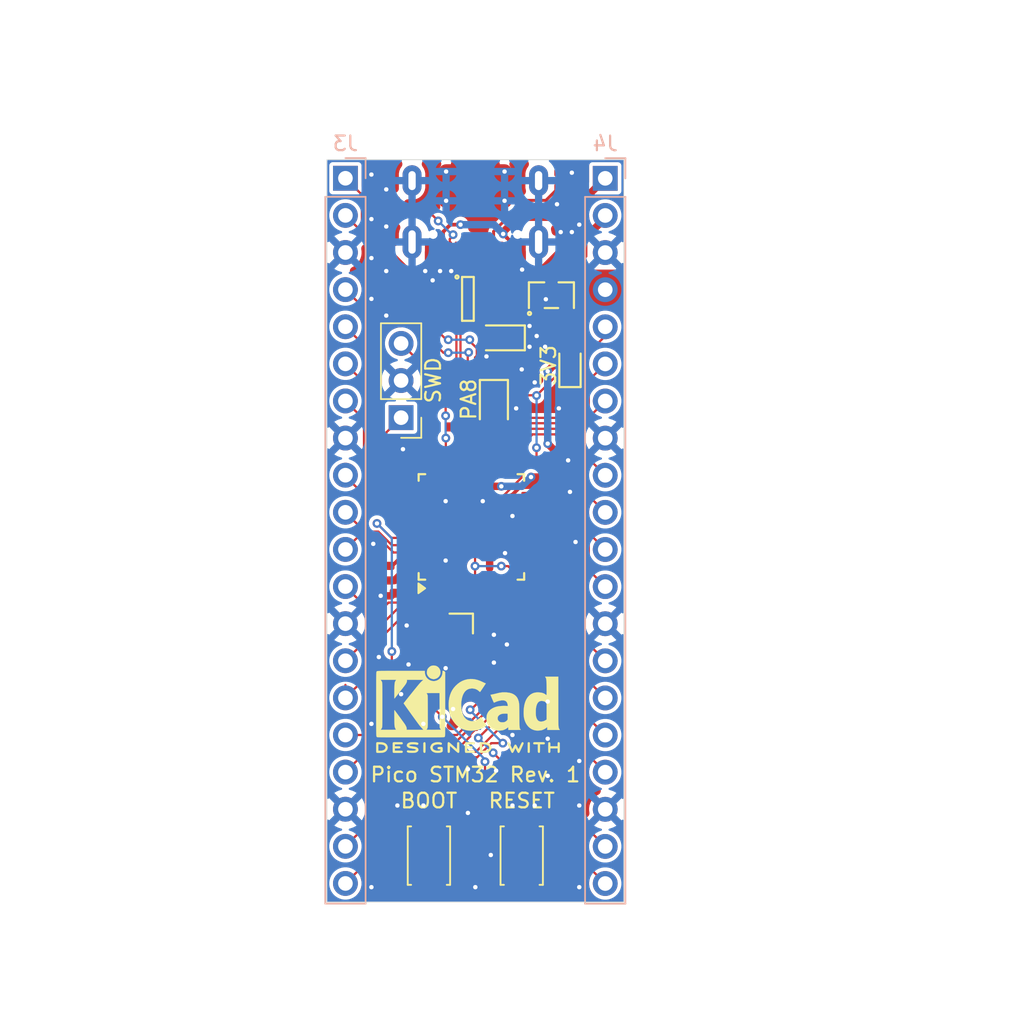
<source format=kicad_pcb>
(kicad_pcb
	(version 20241229)
	(generator "pcbnew")
	(generator_version "9.0")
	(general
		(thickness 1.69)
		(legacy_teardrops no)
	)
	(paper "A4")
	(title_block
		(title "Pico STM32")
		(date "2025-09-05")
		(rev "1")
		(comment 1 "Copyright (c) 2025 Matthias Blankertz")
		(comment 2 "CC BY-SA 4.0")
	)
	(layers
		(0 "F.Cu" signal)
		(2 "B.Cu" mixed)
		(9 "F.Adhes" user "F.Adhesive")
		(11 "B.Adhes" user "B.Adhesive")
		(13 "F.Paste" user)
		(15 "B.Paste" user)
		(5 "F.SilkS" user "F.Silkscreen")
		(1 "F.Mask" user)
		(3 "B.Mask" user)
		(17 "Dwgs.User" user "User.Drawings")
		(19 "Cmts.User" user "User.Comments")
		(21 "Eco1.User" user "User.Eco1")
		(23 "Eco2.User" user "User.Eco2")
		(25 "Edge.Cuts" user)
		(27 "Margin" user)
		(31 "F.CrtYd" user "F.Courtyard")
		(29 "B.CrtYd" user "B.Courtyard")
		(35 "F.Fab" user)
		(33 "B.Fab" user)
		(39 "User.1" user)
		(41 "User.2" user)
		(43 "User.3" user)
		(45 "User.4" user)
	)
	(setup
		(stackup
			(layer "F.SilkS"
				(type "Top Silk Screen")
			)
			(layer "F.Paste"
				(type "Top Solder Paste")
			)
			(layer "F.Mask"
				(type "Top Solder Mask")
				(thickness 0.01)
			)
			(layer "F.Cu"
				(type "copper")
				(thickness 0.035)
			)
			(layer "dielectric 1"
				(type "core")
				(thickness 1.6)
				(material "FR4")
				(epsilon_r 4.5)
				(loss_tangent 0.02)
			)
			(layer "B.Cu"
				(type "copper")
				(thickness 0.035)
			)
			(layer "B.Mask"
				(type "Bottom Solder Mask")
				(thickness 0.01)
			)
			(layer "B.Paste"
				(type "Bottom Solder Paste")
			)
			(copper_finish "HAL SnPb")
			(dielectric_constraints no)
		)
		(pad_to_mask_clearance 0)
		(allow_soldermask_bridges_in_footprints no)
		(tenting front back)
		(pcbplotparams
			(layerselection 0x00000000_00000000_55555555_5755f57f)
			(plot_on_all_layers_selection 0x00000000_00000000_00000000_00000000)
			(disableapertmacros no)
			(usegerberextensions no)
			(usegerberattributes yes)
			(usegerberadvancedattributes yes)
			(creategerberjobfile yes)
			(dashed_line_dash_ratio 12.000000)
			(dashed_line_gap_ratio 3.000000)
			(svgprecision 4)
			(plotframeref no)
			(mode 1)
			(useauxorigin no)
			(hpglpennumber 1)
			(hpglpenspeed 20)
			(hpglpendiameter 15.000000)
			(pdf_front_fp_property_popups yes)
			(pdf_back_fp_property_popups yes)
			(pdf_metadata yes)
			(pdf_single_document no)
			(dxfpolygonmode yes)
			(dxfimperialunits yes)
			(dxfusepcbnewfont yes)
			(psnegative no)
			(psa4output no)
			(plot_black_and_white yes)
			(sketchpadsonfab no)
			(plotpadnumbers no)
			(hidednponfab no)
			(sketchdnponfab yes)
			(crossoutdnponfab yes)
			(subtractmaskfromsilk yes)
			(outputformat 1)
			(mirror no)
			(drillshape 0)
			(scaleselection 1)
			(outputdirectory "")
		)
	)
	(net 0 "")
	(net 1 "GND")
	(net 2 "VBUS")
	(net 3 "+3.3V")
	(net 4 "unconnected-(J1-SBU1-PadA8)")
	(net 5 "unconnected-(J1-SBU2-PadB8)")
	(net 6 "Net-(U1-PD0)")
	(net 7 "Net-(U1-PD1)")
	(net 8 "Net-(J1-CC1)")
	(net 9 "Net-(J1-CC2)")
	(net 10 "/PA9_USART1TX")
	(net 11 "/PA10_USART1RX")
	(net 12 "/BOOT0")
	(net 13 "/PA15")
	(net 14 "/PB4")
	(net 15 "/PB2_BOOT1")
	(net 16 "/PB3")
	(net 17 "/PB5")
	(net 18 "/PB8")
	(net 19 "/PB9")
	(net 20 "/PB7")
	(net 21 "/PB6")
	(net 22 "/PC14")
	(net 23 "+5V")
	(net 24 "/PA14_SWCLK")
	(net 25 "/PA13_SWDIO")
	(net 26 "/USB_D_P")
	(net 27 "/USB_D_N")
	(net 28 "/PA3")
	(net 29 "/PA4")
	(net 30 "/PA0")
	(net 31 "/PA1")
	(net 32 "/PA6")
	(net 33 "/PA8")
	(net 34 "/PA2")
	(net 35 "/PA7")
	(net 36 "/PA5")
	(net 37 "/PC15")
	(net 38 "/PC13")
	(net 39 "/PB10")
	(net 40 "/PB15")
	(net 41 "/PB11")
	(net 42 "/PB13")
	(net 43 "/PB14")
	(net 44 "/PB12")
	(net 45 "/PB1")
	(net 46 "/PB0")
	(net 47 "/nRST")
	(net 48 "Net-(D1-Pad1)")
	(net 49 "Net-(C10-Pad2)")
	(net 50 "Net-(D4-Pad1)")
	(footprint "PCM_JLCPCB:SOT-143-4_L2.9-W1.3-P1.90-LS2.4-BL-1" (layer "F.Cu") (at 156.972 65.405 -90))
	(footprint "PCM_JLCPCB:C_0402" (layer "F.Cu") (at 151.638 84.1756 90))
	(footprint "PCM_JLCPCB:TYPE-C-SMD_HX-TYPE-C-16PIN" (layer "F.Cu") (at 157.48 59.69 180))
	(footprint "PCM_JLCPCB:C_0402" (layer "F.Cu") (at 152.8198 89.036 -90))
	(footprint "PCM_JLCPCB:D_0805" (layer "F.Cu") (at 158.75 72.644 -90))
	(footprint "PCM_JLCPCB:R_0402" (layer "F.Cu") (at 156.718 101.981 -90))
	(footprint "PCM_JLCPCB:LQFP-48_7x7mm_P0.5mm" (layer "F.Cu") (at 157.210592 81.010592 90))
	(footprint "PCM_JLCPCB:C_0402" (layer "F.Cu") (at 152.4 85.5472 180))
	(footprint "PCM_JLCPCB:R_0402" (layer "F.Cu") (at 155.194 74.168))
	(footprint "PCM_JLCPCB:R_0402" (layer "F.Cu") (at 163.195 57.277 90))
	(footprint "PCM_JLCPCB:OSC-SMD_4P-L3.2-W2.5-BL" (layer "F.Cu") (at 155.316799 88.646 180))
	(footprint "PCM_JLCPCB:C_0402" (layer "F.Cu") (at 153.416 76.2 90))
	(footprint "PCM_JLCPCB:SOT-23-3_L2.9-W1.6-P1.90-LS2.8-BR" (layer "F.Cu") (at 162.687 65.151 -90))
	(footprint "PCM_JLCPCB:SW_TS-1088-AR02016" (layer "F.Cu") (at 160.655 103.505 90))
	(footprint "PCM_JLCPCB:C_0402" (layer "F.Cu") (at 157.861 89.789 90))
	(footprint "PCM_JLCPCB:D_SOD-323" (layer "F.Cu") (at 159.258 68.072 180))
	(footprint "PCM_JLCPCB:C_0402" (layer "F.Cu") (at 163.068 78.105 -90))
	(footprint "PCM_JLCPCB:C_0402" (layer "F.Cu") (at 160.655 71.501 -90))
	(footprint "Symbol:KiCad-Logo2_5mm_SilkScreen"
		(layer "F.Cu")
		(uuid "8bdabd8e-de49-470d-a182-d595815bb16e")
		(at 156.972 93.472)
		(descr "KiCad Logo")
		(tags "Logo KiCad")
		(property "Reference" "REF**"
			(at 0 -5.08 0)
			(layer "F.SilkS")
			(hide yes)
			(uuid "115888e8-a942-49fa-9823-f6fcb10a4576")
			(effects
				(font
					(size 1 1)
					(thickness 0.15)
				)
			)
		)
		(property "Value" "KiCad-Logo2_5mm_SilkScreen"
			(at 0 5.08 0)
			(layer "F.Fab")
			(hide yes)
			(uuid "8844ef9d-fee1-455d-be66-3b6852d24d67")
			(effects
				(font
					(size 1 1)
					(thickness 0.15)
				)
			)
		)
		(property "Datasheet" ""
			(at 0 0 0)
			(unlocked yes)
			(layer "F.Fab")
			(hide yes)
			(uuid "240cc77e-95fb-4ebc-9e74-91de1cf4430c")
			(effects
				(font
					(size 1.27 1.27)
					(thickness 0.15)
				)
			)
		)
		(property "Description" ""
			(at 0 0 0)
			(unlocked yes)
			(layer "F.Fab")
			(hide yes)
			(uuid "4dda8c0a-4102-42cf-9291-1e393cb2b8f6")
			(effects
				(font
					(size 1.27 1.27)
					(thickness 0.15)
				)
			)
		)
		(attr board_only exclude_from_pos_files exclude_from_bom allow_missing_courtyard)
		(fp_poly
			(pts
				(xy 4.188614 2.275877) (xy 4.212327 2.290647) (xy 4.238978 2.312227) (xy 4.238978 2.633773) (xy 4.238893 2.72783)
				(xy 4.238529 2.801932) (xy 4.237724 2.858704) (xy 4.236313 2.900768) (xy 4.234133 2.930748) (xy 4.231021 2.951267)
				(xy 4.226814 2.964949) (xy 4.221348 2.974416) (xy 4.217472 2.979082) (xy 4.186034 2.999575) (xy 4.150233 2.998739)
				(xy 4.118873 2.981264) (xy 4.092222 2.959684) (xy 4.092222 2.312227) (xy 4.118873 2.290647) (xy 4.144594 2.274949)
				(xy 4.1656 2.269067) (xy 4.188614 2.275877)
			)
			(stroke
				(width 0.01)
				(type solid)
			)
			(fill yes)
			(layer "F.SilkS")
			(uuid "9cb7c89e-3ed4-4f15-9d01-428f9f2f6f1c")
		)
		(fp_poly
			(pts
				(xy -2.923822 2.291645) (xy -2.917242 2.299218) (xy -2.912079 2.308987) (xy -2.908164 2.323571)
				(xy -2.905324 2.345585) (xy -2.903387 2.377648) (xy -2.902183 2.422375) (xy -2.901539 2.482385)
				(xy -2.901284 2.560294) (xy -2.901245 2.635956) (xy -2.901314 2.729802) (xy -2.901638 2.803689)
				(xy -2.902386 2.860232) (xy -2.903732 2.902049) (xy -2.905846 2.931757) (xy -2.9089 2.951973) (xy -2.913066 2.965314)
				(xy -2.918516 2.974398) (xy -2.923822 2.980267) (xy -2.956826 2.999947) (xy -2.991991 2.998181)
				(xy -3.023455 2.976717) (xy -3.030684 2.968337) (xy -3.036334 2.958614) (xy -3.040599 2.944861)
				(xy -3.043673 2.924389) (xy -3.045752 2.894512) (xy -3.04703 2.852541) (xy -3.047701 2.795789) (xy -3.047959 2.721567)
				(xy -3.048 2.637537) (xy -3.048 2.324485) (xy -3.020291 2.296776) (xy -2.986137 2.273463) (xy -2.953006 2.272623)
				(xy -2.923822 2.291645)
			)
			(stroke
				(width 0.01)
				(type solid)
			)
			(fill yes)
			(layer "F.SilkS")
			(uuid "d95d357a-1821-47b3-923a-c3b38f96bc98")
		)
		(fp_poly
			(pts
				(xy -2.273043 -2.973429) (xy -2.176768 -2.949191) (xy -2.090184 -2.906359) (xy -2.015373 -2.846581)
				(xy -1.954418 -2.771506) (xy -1.909399 -2.68278) (xy -1.883136 -2.58647) (xy -1.877286 -2.489205)
				(xy -1.89214 -2.395346) (xy -1.92584 -2.307489) (xy -1.976528 -2.22823) (xy -2.042345 -2.160164)
				(xy -2.121434 -2.105888) (xy -2.211934 -2.067998) (xy -2.2632 -2.055574) (xy -2.307698 -2.048053)
				(xy -2.341999 -2.045081) (xy -2.37496 -2.046906) (xy -2.415434 -2.053775) (xy -2.448531 -2.06075)
				(xy -2.541947 -2.092259) (xy -2.625619 -2.143383) (xy -2.697665 -2.212571) (xy -2.7562 -2.298272)
				(xy -2.770148 -2.325511) (xy -2.786586 -2.361878) (xy -2.796894 -2.392418) (xy -2.80246 -2.42455)
				(xy -2.804669 -2.465693) (xy -2.804948 -2.511778) (xy -2.800861 -2.596135) (xy -2.787446 -2.665414)
				(xy -2.762256 -2.726039) (xy -2.722846 -2.784433) (xy -2.684298 -2.828698) (xy -2.612406 -2.894516)
				(xy -2.537313 -2.939947) (xy -2.454562 -2.96715) (xy -2.376928 -2.977424) (xy -2.273043 -2.973429)
			)
			(stroke
				(width 0.01)
				(type solid)
			)
			(fill yes)
			(layer "F.SilkS")
			(uuid "cd45797a-b2be-45d2-ad8c-59bc220af130")
		)
		(fp_poly
			(pts
				(xy 4.963065 2.269163) (xy 5.041772 2.269542) (xy 5.102863 2.270333) (xy 5.148817 2.27167) (xy 5.182114 2.273683)
				(xy 5.205236 2.276506) (xy 5.220662 2.280269) (xy 5.230871 2.285105) (xy 5.235813 2.288822) (xy 5.261457 2.321358)
				(xy 5.264559 2.355138) (xy 5.248711 2.385826) (xy 5.238348 2.398089) (xy 5.227196 2.40645) (xy 5.211035 2.411657)
				(xy 5.185642 2.414457) (xy 5.146798 2.415596) (xy 5.09028 2.415821) (xy 5.07918 2.415822) (xy 4.933244 2.415822)
				(xy 4.933244 2.686756) (xy 4.933148 2.772154) (xy 4.932711 2.837864) (xy 4.931712 2.886774) (xy 4.929928 2.921773)
				(xy 4.927137 2.945749) (xy 4.923117 2.961593) (xy 4.917645 2.972191) (xy 4.910666 2.980267) (xy 4.877734 3.000112)
				(xy 4.843354 2.998548) (xy 4.812176 2.975906) (xy 4.809886 2.9731) (xy 4.802429 2.962492) (xy 4.796747 2.950081)
				(xy 4.792601 2.93285) (xy 4.78975 2.907784) (xy 4.787954 2.871867) (xy 4.786972 2.822083) (xy 4.786564 2.755417)
				(xy 4.786489 2.679589) (xy 4.786489 2.415822) (xy 4.647127 2.415822) (xy 4.587322 2.415418) (xy 4.545918 2.41384)
				(xy 4.518748 2.410547) (xy 4.501646 2.404992) (xy 4.490443 2.396631) (xy 4.489083 2.395178) (xy 4.472725 2.361939)
				(xy 4.474172 2.324362) (xy 4.492978 2.291645) (xy 4.50025 2.285298) (xy 4.509627 2.280266) (xy 4.523609 2.276396)
				(xy 4.544696 2.273537) (xy 4.575389 2.271535) (xy 4.618189 2.270239) (xy 4.675595 2.269498) (xy 4.75011 2.269158)
				(xy 4.844233 2.269068) (xy 4.86426 2.269067) (xy 4.963065 2.269163)
			)
			(stroke
				(width 0.01)
				(type solid)
			)
			(fill yes)
			(layer "F.SilkS")
			(uuid "f70c18ba-7a4e-4e16-b89d-808876ca0334")
		)
		(fp_poly
			(pts
				(xy 6.228823 2.274533) (xy 6.260202 2.296776) (xy 6.287911 2.324485) (xy 6.287911 2.63392) (xy 6.287838 2.725799)
				(xy 6.287495 2.79784) (xy 6.286692 2.85278) (xy 6.285241 2.89336) (xy 6.282952 2.922317) (xy 6.279636 2.942391)
				(xy 6.275105 2.956321) (xy 6.269169 2.966845) (xy 6.264514 2.9731) (xy 6.233783 2.997673) (xy 6.198496 3.000341)
				(xy 6.166245 2.985271) (xy 6.155588 2.976374) (xy 6.148464 2.964557) (xy 6.144167 2.945526) (xy 6.141991 2.914992)
				(xy 6.141228 2.868662) (xy 6.141155 2.832871) (xy 6.141155 2.698045) (xy 5.644444 2.698045) (xy 5.644444 2.8207)
				(xy 5.643931 2.876787) (xy 5.641876 2.915333) (xy 5.637508 2.941361) (xy 5.630056 2.959897) (xy 5.621047 2.9731)
				(xy 5.590144 2.997604) (xy 5.555196 3.000506) (xy 5.521738 2.983089) (xy 5.512604 2.973959) (xy 5.506152 2.961855)
				(xy 5.501897 2.943001) (xy 5.499352 2.91362) (xy 5.498029 2.869937) (xy 5.497443 2.808175) (xy 5.497375 2.794)
				(xy 5.496891 2.677631) (xy 5.496641 2.581727) (xy 5.496723 2.504177) (xy 5.497231 2.442869) (xy 5.498262 2.39569)
				(xy 5.499913 2.36053) (xy 5.502279 2.335276) (xy 5.505457 2.317817) (xy 5.509544 2.306041) (xy 5.514634 2.297835)
				(xy 5.520266 2.291645) (xy 5.552128 2.271844) (xy 5.585357 2.274533) (xy 5.616735 2.296776) (xy 5.629433 2.311126)
				(xy 5.637526 2.326978) (xy 5.642042 2.349554) (xy 5.644006 2.384078) (xy 5.644444 2.435776) (xy 5.644444 2.551289)
				(xy 6.141155 2.551289) (xy 6.141155 2.432756) (xy 6.141662 2.378148) (xy 6.143698 2.341275) (xy 6.148035 2.317307)
				(xy 6.155447 2.301415) (xy 6.163733 2.291645) (xy 6.195594 2.271844) (xy 6.228823 2.274533)
			)
			(stroke
				(width 0.01)
				(type solid)
			)
			(fill yes)
			(layer "F.SilkS")
			(uuid "5b5bc0b3-ae28-49cd-a9a0-3f334ee946ae")
		)
		(fp_poly
			(pts
				(xy 1.018309 2.269275) (xy 1.147288 2.273636) (xy 1.256991 2.286861) (xy 1.349226 2.309741) (xy 1.425802 2.34307)
				(xy 1.488527 2.387638) (xy 1.539212 2.444236) (xy 1.579663 2.513658) (xy 1.580459 2.515351) (xy 1.604601 2.577483)
				(xy 1.613203 2.632509) (xy 1.606231 2.687887) (xy 1.583654 2.751073) (xy 1.579372 2.760689) (xy 1.550172 2.816966)
				(xy 1.517356 2.860451) (xy 1.475002 2.897417) (xy 1.41719 2.934135) (xy 1.413831 2.936052) (xy 1.363504 2.960227)
				(xy 1.306621 2.978282) (xy 1.239527 2.990839) (xy 1.158565 2.998522) (xy 1.060082 3.001953) (xy 1.025286 3.002251)
				(xy 0.859594 3.002845) (xy 0.836197 2.9731) (xy 0.829257 2.963319) (xy 0.823842 2.951897) (xy 0.819765 2.936095)
				(xy 0.816837 2.913175) (xy 0.814867 2.880396) (xy 0.814225 2.856089) (xy 0.970844 2.856089) (xy 1.064726 2.856089)
				(xy 1.119664 2.854483) (xy 1.17606 2.850255) (xy 1.222345 2.844292) (xy 1.225139 2.84379) (xy 1.307348 2.821736)
				(xy 1.371114 2.7886) (xy 1.418452 2.742847) (xy 1.451382 2.682939) (xy 1.457108 2.667061) (xy 1.462721 2.642333)
				(xy 1.460291 2.617902) (xy 1.448467 2.5854) (xy 1.44134 2.569434) (xy 1.418 2.527006) (xy 1.38988 2.49724)
				(xy 1.35894 2.476511) (xy 1.296966 2.449537) (xy 1.217651 2.429998) (xy 1.125253 2.418746) (xy 1.058333 2.41627)
				(xy 0.970844 2.415822) (xy 0.970844 2.856089) (xy 0.814225 2.856089) (xy 0.813668 2.835021) (xy 0.81305 2.774311)
				(xy 0.812825 2.695526) (xy 0.8128 2.63392) (xy 0.8128 2.324485) (xy 0.840509 2.296776) (xy 0.852806 2.285544)
				(xy 0.866103 2.277853) (xy 0.884672 2.27304) (xy 0.912786 2.270446) (xy 0.954717 2.26941) (xy 1.014737 2.26927)
				(xy 1.018309 2.269275)
			)
			(stroke
				(width 0.01)
				(type solid)
			)
			(fill yes)
			(layer "F.SilkS")
			(uuid "78ac23c9-6604-4c1e-9a2a-de8e8d3cc8f4")
		)
		(fp_poly
			(pts
				(xy -6.121371 2.269066) (xy -6.081889 2.269467) (xy -5.9662 2.272259) (xy -5.869311 2.28055) (xy -5.787919 2.295232)
				(xy -5.718723 2.317193) (xy -5.65842 2.347322) (xy -5.603708 2.38651) (xy -5.584167 2.403532) (xy -5.55175 2.443363)
				(xy -5.52252 2.497413) (xy -5.499991 2.557323) (xy -5.487679 2.614739) (xy -5.4864 2.635956) (xy -5.494417 2.694769)
				(xy -5.515899 2.759013) (xy -5.546999 2.819821) (xy -5.583866 2.86833) (xy -5.589854 2.874182) (xy -5.640579 2.915321)
				(xy -5.696125 2.947435) (xy -5.759696 2.971365) (xy -5.834494 2.987953) (xy -5.923722 2.998041)
				(xy -6.030582 3.002469) (xy -6.079528 3.002845) (xy -6.141762 3.002545) (xy -6.185528 3.001292)
				(xy -6.214931 2.998554) (xy -6.234079 2.993801) (xy -6.247077 2.986501) (xy -6.254045 2.980267)
				(xy -6.260626 2.972694) (xy -6.265788 2.962924) (xy -6.269703 2.94834) (xy -6.272543 2.926326) (xy -6.27448 2.894264)
				(xy -6.275684 2.849536) (xy -6.276328 2.789526) (xy -6.276583 2.711617) (xy -6.276622 2.635956)
				(xy -6.27687 2.535041) (xy -6.276817 2.454427) (xy -6.275857 2.415822) (xy -6.129867 2.415822) (xy -6.129867 2.856089)
				(xy -6.036734 2.856004) (xy -5.980693 2.854396) (xy -5.921999 2.850256) (xy -5.873028 2.844464)
				(xy -5.871538 2.844226) (xy -5.792392 2.82509) (xy -5.731002 2.795287) (xy -5.684305 2.752878) (xy -5.654635 2.706961)
				(xy -5.636353 2.656026) (xy -5.637771 2.6082) (xy -5.658988 2.556933) (xy -5.700489 2.503899) (xy -5.757998 2.4646)
				(xy -5.83275 2.438331) (xy -5.882708 2.429035) (xy -5.939416 2.422507) (xy -5.999519 2.417782) (xy -6.050639 2.415817)
				(xy -6.053667 2.415808) (xy -6.129867 2.415822) (xy -6.275857 2.415822) (xy -6.27526 2.391851) (xy -6.270998 2.345055)
				(xy -6.26283 2.311778) (xy -6.249556 2.289759) (xy -6.229974 2.276739) (xy -6.202883 2.270457) (xy -6.167082 2.268653)
				(xy -6.121371 2.269066)
			)
			(stroke
				(width 0.01)
				(type solid)
			)
			(fill yes)
			(layer "F.SilkS")
			(uuid "1c359cdb-10e1-443f-b853-dcd5a6d1ad9f")
		)
		(fp_poly
			(pts
				(xy -1.300114 2.273448) (xy -1.276548 2.287273) (xy -1.245735 2.309881) (xy -1.206078 2.342338)
				(xy -1.15598 2.385708) (xy -1.093843 2.441058) (xy -1.018072 2.509451) (xy -0.931334 2.588084) (xy -0.750711 2.751878)
				(xy -0.745067 2.532029) (xy -0.743029 2.456351) (xy -0.741063 2.399994) (xy -0.738734 2.359706)
				(xy -0.735606 2.332235) (xy -0.731245 2.314329) (xy -0.725216 2.302737) (xy -0.717084 2.294208)
				(xy -0.712772 2.290623) (xy -0.678241 2.27167) (xy -0.645383 2.274441) (xy -0.619318 2.290633) (xy -0.592667 2.312199)
				(xy -0.589352 2.627151) (xy -0.588435 2.719779) (xy -0.587968 2.792544) (xy -0.588113 2.848161)
				(xy -0.589032 2.889342) (xy -0.590887 2.918803) (xy -0.593839 2.939255) (xy -0.59805 2.953413) (xy -0.603682 2.963991)
				(xy -0.609927 2.972474) (xy -0.623439 2.988207) (xy -0.636883 2.998636) (xy -0.652124 3.002639)
				(xy -0.671026 2.999094) (xy -0.695455 2.986879) (xy -0.727273 2.964871) (xy -0.768348 2.931949)
				(xy -0.820542 2.886991) (xy -0.885722 2.828875) (xy -0.959556 2.762099) (xy -1.224845 2.521458)
				(xy -1.230489 2.740589) (xy -1.232531 2.816128) (xy -1.234502 2.872354) (xy -1.236839 2.912524)
				(xy -1.239981 2.939896) (xy -1.244364 2.957728) (xy -1.250424 2.969279) (xy -1.2586 2.977807) (xy -1.262784 2.981282)
				(xy -1.299765 3.000372) (xy -1.334708 2.997493) (xy -1.365136 2.9731) (xy -1.372097 2.963286) (xy -1.377523 2.951826)
				(xy -1.381603 2.935968) (xy -1.384529 2.912963) (xy -1.386492 2.880062) (xy -1.387683 2.834516)
				(xy -1.388292 2.773573) (xy -1.388511 2.694486) (xy -1.388534 2.635956) (xy -1.38846 2.544407) (xy -1.388113 2.472687)
				(xy -1.387301 2.418045) (xy -1.385833 2.377732) (xy -1.383519 2.348998) (xy -1.380167 2.329093)
				(xy -1.375588 2.315268) (xy -1.369589 2.304772) (xy -1.365136 2.298811) (xy -1.35385 2.284691) (xy -1.343301 2.274029)
				(xy -1.331893 2.267892) (xy -1.31803 2.267343) (xy -1.300114 2.273448)
			)
			(stroke
				(width 0.01)
				(type solid)
			)
			(fill yes)
			(layer "F.SilkS")
			(uuid "52a7964d-ac4e-44fb-a7d2-57ddd9b74038")
		)
		(fp_poly
			(pts
				(xy -1.950081 2.274599) (xy -1.881565 2.286095) (xy -1.828943 2.303967) (xy -1.794708 2.327499)
				(xy -1.785379 2.340924) (xy -1.775893 2.372148) (xy -1.782277 2.400395) (xy -1.80243 2.427182) (xy -1.833745 2.439713)
				(xy -1.879183 2.438696) (xy -1.914326 2.431906) (xy -1.992419 2.418971) (xy -2.072226 2.417742)
				(xy -2.161555 2.428241) (xy -2.186229 2.43269) (xy -2.269291 2.456108) (xy -2.334273 2.490945) (xy -2.380461 2.536604)
				(xy -2.407145 2.592494) (xy -2.412663 2.621388) (xy -2.409051 2.680012) (xy -2.385729 2.731879)
				(xy -2.344824 2.775978) (xy -2.288459 2.811299) (xy -2.21876 2.836829) (xy -2.137852 2.851559) (xy -2.04786 2.854478)
				(xy -1.95091 2.844575) (xy -1.945436 2.843641) (xy -1.906875 2.836459) (xy -1.885494 2.829521) (xy -1.876227 2.819227)
				(xy -1.874006 2.801976) (xy -1.873956 2.792841) (xy -1.873956 2.754489) (xy -1.942431 2.754489)
				(xy -2.0029 2.750347) (xy -2.044165 2.737147) (xy -2.068175 2.71373) (xy -2.076877 2.678936) (xy -2.076983 2.674394)
				(xy -2.071892 2.644654) (xy -2.054433 2.623419) (xy -2.021939 2.609366) (xy -1.971743 2.601173)
				(xy -1.923123 2.598161) (xy -1.852456 2.596433) (xy -1.801198 2.59907) (xy -1.766239 2.6088) (xy -1.74447 2.628353)
				(xy -1.73278 2.660456) (xy -1.72806 2.707838) (xy -1.7272 2.770071) (xy -1.728609 2.839535) (xy -1.732848 2.886786)
				(xy -1.739936 2.912012) (xy -1.741311 2.913988) (xy -1.780228 2.945508) (xy -1.837286 2.97047) (xy -1.908869 2.98834)
				(xy -1.991358 2.998586) (xy -2.081139 3.000673) (xy -2.174592 2.994068) (xy -2.229556 2.985956)
				(xy -2.315766 2.961554) (xy -2.395892 2.921662) (xy -2.462977 2.869887) (xy -2.473173 2.859539)
				(xy -2.506302 2.816035) (xy -2.536194 2.762118) (xy -2.559357 2.705592) (xy -2.572298 2.654259)
				(xy -2.573858 2.634544) (xy -2.567218 2.593419) (xy -2.549568 2.542252) (xy -2.524297 2.488394)
				(xy -2.494789 2.439195) (xy -2.468719 2.406334) (xy -2.407765 2.357452) (xy -2.328969 2.318545)
				(xy -2.235157 2.290494) (xy -2.12915 2.274179) (xy -2.032 2.270192) (xy -1.950081 2.274599)
			)
			(stroke
				(width 0.01)
				(type solid)
			)
			(fill yes)
			(layer "F.SilkS")
			(uuid "7691cfbd-3083-4c6d-b59f-c92a2e6819bb")
		)
		(fp_poly
			(pts
				(xy 0.230343 2.26926) (xy 0.306701 2.270174) (xy 0.365217 2.272311) (xy 0.408255 2.276175) (xy 0.438183 2.282267)
				(xy 0.457368 2.29109) (xy 0.468176 2.303146) (xy 0.472973 2.318939) (xy 0.474127 2.33897) (xy 0.474133 2.341335)
				(xy 0.473131 2.363992) (xy 0.468396 2.381503) (xy 0.457333 2.394574) (xy 0.437348 2.403913) (xy 0.405846 2.410227)
				(xy 0.360232 2.414222) (xy 0.297913 2.416606) (xy 0.216293 2.418086) (xy 0.191277 2.418414) (xy -0.0508 2.421467)
				(xy -0.054186 2.486378) (xy -0.057571 2.551289) (xy 0.110576 2.551289) (xy 0.176266 2.551531) (xy 0.223172 2.552556)
				(xy 0.255083 2.554811) (xy 0.275791 2.558742) (xy 0.289084 2.564798) (xy 0.298755 2.573424) (xy 0.298817 2.573493)
				(xy 0.316356 2.607112) (xy 0.315722 2.643448) (xy 0.297314 2.674423) (xy 0.293671 2.677607) (xy 0.280741 2.685812)
				(xy 0.263024 2.691521) (xy 0.23657 2.695162) (xy 0.197432 2.697167) (xy 0.141662 2.697964) (xy 0.105994 2.698045)
				(xy -0.056445 2.698045) (xy -0.056445 2.856089) (xy 0.190161 2.856089) (xy 0.27158 2.856231) (xy 0.33341 2.856814)
				(xy 0.378637 2.858068) (xy 0.410248 2.860227) (xy 0.431231 2.863523) (xy 0.444573 2.868189) (xy 0.453261 2.874457)
				(xy 0.45545 2.876733) (xy 0.471614 2.90828) (xy 0.472797 2.944168) (xy 0.459536 2.975285) (xy 0.449043 2.985271)
				(xy 0.438129 2.990769) (xy 0.421217 2.995022) (xy 0.395633 2.99818) (xy 0.358701 3.000392) (xy 0.307746 3.001806)
				(xy 0.240094 3.002572) (xy 0.153069 3.002838) (xy 0.133394 3.002845) (xy 0.044911 3.002787) (xy -0.023773 3.002467)
				(xy -0.075436 3.001667) (xy -0.112855 3.000167) (xy -0.13881 2.997749) (xy -0.156078 2.994194) (xy -0.167438 2.989282)
				(xy -0.175668 2.982795) (xy -0.180183 2.978138) (xy -0.186979 2.969889) (xy -0.192288 2.959669)
				(xy -0.196294 2.9448) (xy -0.199179 2.922602) (xy -0.201126 2.890393) (xy -0.202319 2.845496) (xy -0.202939 2.785228)
				(xy -0.203171 2.706911) (xy -0.2032 2.640994) (xy -0.203129 2.548628) (xy -0.202792 2.476117) (xy -0.202002 2.420737)
				(xy -0.200574 2.379765) (xy -0.198321 2.350478) (xy -0.195057 2.330153) (xy -0.190596 2.316066)
				(xy -0.184752 2.305495) (xy -0.179803 2.298811) (xy -0.156406 2.269067) (xy 0.133774 2.269067) (xy 0.230343 2.26926)
			)
			(stroke
				(width 0.01)
				(type solid)
			)
			(fill yes)
			(layer "F.SilkS")
			(uuid "61991b7c-277c-4795-98e8-efba23b5e7c9")
		)
		(fp_poly
			(pts
				(xy -4.712794 2.269146) (xy -4.643386 2.269518) (xy -4.590997 2.270385) (xy -4.552847 2.271946)
				(xy -4.526159 2.274403) (xy -4.508153 2.277957) (xy -4.496049 2.28281) (xy -4.487069 2.289161) (xy -4.483818 2.292084)
				(xy -4.464043 2.323142) (xy -4.460482 2.358828) (xy -4.473491 2.39051) (xy -4.479506 2.396913) (xy -4.489235 2.403121)
				(xy -4.504901 2.40791) (xy -4.529408 2.411514) (xy -4.565661 2.414164) (xy -4.616565 2.416095) (xy -4.685026 2.417539)
				(xy -4.747617 2.418418) (xy -4.995334 2.421467) (xy -4.998719 2.486378) (xy -5.002105 2.551289)
				(xy -4.833958 2.551289) (xy -4.760959 2.551919) (xy -4.707517 2.554553) (xy -4.670628 2.560309)
				(xy -4.647288 2.570304) (xy -4.634494 2.585656) (xy -4.629242 2.607482) (xy -4.628445 2.627738)
				(xy -4.630923 2.652592) (xy -4.640277 2.670906) (xy -4.659383 2.683637) (xy -4.691118 2.691741)
				(xy -4.738359 2.696176) (xy -4.803983 2.697899) (xy -4.839801 2.698045) (xy -5.000978 2.698045)
				(xy -5.000978 2.856089) (xy -4.752622 2.856089) (xy -4.671213 2.856202) (xy -4.609342 2.856712)
				(xy -4.563968 2.85787) (xy -4.532054 2.85993) (xy -4.510559 2.863146) (xy -4.496443 2.867772) (xy -4.486668 2.874059)
				(xy -4.481689 2.878667) (xy -4.46461 2.90556) (xy -4.459111 2.929467) (xy -4.466963 2.958667) (xy -4.481689 2.980267)
				(xy -4.489546 2.987066) (xy -4.499688 2.992346) (xy -4.514844 2.996298) (xy -4.537741 2.999113)
				(xy -4.571109 3.000982) (xy -4.617675 3.002098) (xy -4.680167 3.002651) (xy -4.761314 3.002833)
				(xy -4.803422 3.002845) (xy -4.893598 3.002765) (xy -4.963924 3.002398) (xy -5.017129 3.001552)
				(xy -5.05594 3.000036) (xy -5.083087 2.997659) (xy -5.101298 2.994229) (xy -5.1133 2.989554) (xy -5.121822 2.983444)
				(xy -5.125156 2.980267) (xy -5.131755 2.97267) (xy -5.136927 2.96287) (xy -5.140846 2.948239) (xy -5.143684 2.926152)
				(xy -5.145615 2.893982) (xy -5.146812 2.849103) (xy -5.147448 2.788889) (xy -5.147697 2.710713)
				(xy -5.147734 2.637923) (xy -5.1477 2.544707) (xy -5.147465 2.471431) (xy -5.14683 2.415458) (xy -5.145594 2.374151)
				(xy -5.143556 2.344872) (xy -5.140517 2.324984) (xy -5.136277 2.31185) (xy -5.130635 2.302832) (xy -5.123391 2.295293)
				(xy -5.121606 2.293612) (xy -5.112945 2.286172) (xy -5.102882 2.280409) (xy -5.088625 2.276112)
				(xy -5.067383 2.273064) (xy -5.036364 2.271051) (xy -4.992777 2.26986) (xy -4.933831 2.269275) (xy -4.856734 2.269083)
				(xy -4.802001 2.269067) (xy -4.712794 2.269146)
			)
			(stroke
				(width 0.01)
				(type solid)
			)
			(fill yes)
			(layer "F.SilkS")
			(uuid "629445c9-0aa9-4c0b-a325-7f1fe5db9f6e")
		)
		(fp_poly
			(pts
				(xy 3.744665 2.271034) (xy 3.764255 2.278035) (xy 3.76501 2.278377) (xy 3.791613 2.298678) (xy 3.80627 2.319561)
				(xy 3.809138 2.329352) (xy 3.808996 2.342361) (xy 3.804961 2.360895) (xy 3.796146 2.387257) (xy 3.781669 2.423752)
				(xy 3.760645 2.472687) (xy 3.732188 2.536365) (xy 3.695415 2.617093) (xy 3.675175 2.661216) (xy 3.638625 2.739985)
				(xy 3.604315 2.812423) (xy 3.573552 2.87588) (xy 3.547648 2.927708) (xy 3.52791 2.965259) (xy 3.51565 2.985884)
				(xy 3.513224 2.988733) (xy 3.482183 3.001302) (xy 3.447121 2.999619) (xy 3.419 2.984332) (xy 3.417854 2.983089)
				(xy 3.406668 2.966154) (xy 3.387904 2.93317) (xy 3.363875 2.88838) (xy 3.336897 2.836032) (xy 3.327201 2.816742)
				(xy 3.254014 2.67015) (xy 3.17424 2.829393) (xy 3.145767 2.884415) (xy 3.11935 2.932132) (xy 3.097148 2.968893)
				(xy 3.081319 2.991044) (xy 3.075954 2.995741) (xy 3.034257 3.002102) (xy 2.999849 2.988733) (xy 2.989728 2.974446)
				(xy 2.972214 2.942692) (xy 2.948735 2.896597) (xy 2.92072 2.839285) (xy 2.889599 2.77388) (xy 2.856799 2.703507)
				(xy 2.82375 2.631291) (xy 2.791881 2.560355) (xy 2.762619 2.493825) (xy 2.737395 2.434826) (xy 2.717636 2.386481)
				(xy 2.704772 2.351915) (xy 2.700231 2.334253) (xy 2.700277 2.333613) (xy 2.711326 2.311388) (xy 2.73341 2.288753)
				(xy 2.73471 2.287768) (xy 2.761853 2.272425) (xy 2.786958 2.272574) (xy 2.796368 2.275466) (xy 2.807834 2.281718)
				(xy 2.82001 2.294014) (xy 2.834357 2.314908) (xy 2.852336 2.346949) (xy 2.875407 2.392688) (xy 2.90503 2.454677)
				(xy 2.931745 2.511898) (xy 2.96248 2.578226) (xy 2.990021 2.637874) (xy 3.012938 2.687725) (xy 3.029798 2.724664)
				(xy 3.039173 2.745573) (xy 3.04054 2.748845) (xy 3.046689 2.743497) (xy 3.060822 2.721109) (xy 3.081057 2.684946)
				(xy 3.105515 2.638277) (xy 3.115248 2.619022) (xy 3.148217 2.554004) (xy 3.173643 2.506654) (xy 3.193612 2.474219)
				(xy 3.21021 2.453946) (xy 3.225524 2.443082) (xy 3.24164 2.438875) (xy 3.252143 2.4384) (xy 3.27067 2.440042)
				(xy 3.286904 2.446831) (xy 3.303035 2.461566) (xy 3.321251 2.487044) (xy 3.343739 2.526061) (xy 3.372689 2.581414)
				(xy 3.388662 2.612903) (xy 3.41457 2.663087) (xy 3.437167 2.704704) (xy 3.454458 2.734242) (xy 3.46445 2.748189)
				(xy 3.465809 2.74877) (xy 3.472261 2.737793) (xy 3.486708 2.70929) (xy 3.507703 2.666244) (xy 3.533797 2.611638)
				(xy 3.563546 2.548454) (xy 3.57818 2.517071) (xy 3.61625 2.436078) (xy 3.646905 2.373756) (xy 3.671737 2.328071)
				(xy 3.692337 2.296989) (xy 3.710298 2.278478) (xy 3.72721 2.270504) (xy 3.744665 2.271034)
			)
			(stroke
				(width 0.01)
				(type solid)
			)
			(fill yes)
			(layer "F.SilkS")
			(uuid "82f2a07f-657c-4664-80cc-9b74a43794b0")
		)
		(fp_poly
			(pts
				(xy -3.691703 2.270351) (xy -3.616888 2.275581) (xy -3.547306 2.28375) (xy -3.487002 2.29455) (xy -3.44002 2.307673)
				(xy -3.410406 2.322813) (xy -3.40586 2.327269) (xy -3.390054 2.36185) (xy -3.394847 2.397351) (xy -3.419364 2.427725)
				(xy -3.420534 2.428596) (xy -3.434954 2.437954) (xy -3.450008 2.442876) (xy -3.471005 2.443473)
				(xy -3.503257 2.439861) (xy -3.552073 2.432154) (xy -3.556 2.431505) (xy -3.628739 2.422569) (xy -3.707217 2.418161)
				(xy -3.785927 2.418119) (xy -3.859361 2.422279) (xy -3.922011 2.430479) (xy -3.96837 2.442557) (xy -3.971416 2.443771)
				(xy -4.005048 2.462615) (xy -4.016864 2.481685) (xy -4.007614 2.500439) (xy -3.978047 2.518337)
				(xy -3.928911 2.534837) (xy -3.860957 2.549396) (xy -3.815645 2.556406) (xy -3.721456 2.569889)
				(xy -3.646544 2.582214) (xy -3.587717 2.594449) (xy -3.541785 2.607661) (xy -3.505555 2.622917)
				(xy -3.475838 2.641285) (xy -3.449442 2.663831) (xy -3.42823 2.685971) (xy -3.403065 2.716819) (xy -3.390681 2.743345)
				(xy -3.386808 2.776026) (xy -3.386667 2.787995) (xy -3.389576 2.827712) (xy -3.401202 2.857259)
				(xy -3.421323 2.883486) (xy -3.462216 2.923576) (xy -3.507817 2.954149) (xy -3.561513 2.976203)
				(xy -3.626692 2.990735) (xy -3.706744 2.998741) (xy -3.805057 3.001218) (xy -3.821289 3.001177)
				(xy -3.886849 2.999818) (xy -3.951866 2.99673) (xy -4.009252 2.992356) (xy -4.051922 2.98714) (xy -4.055372 2.986541)
				(xy -4.097796 2.976491) (xy -4.13378 2.963796) (xy -4.15415 2.95219) (xy -4.173107 2.921572) (xy -4.174427 2.885918)
				(xy -4.158085 2.854144) (xy -4.154429 2.850551) (xy -4.139315 2.839876) (xy -4.120415 2.835276)
				(xy -4.091162 2.836059) (xy -4.055651 2.840127) (xy -4.01597 2.843762) (xy -3.960345 2.846828) (xy -3.895406 2.849053)
				(xy -3.827785 2.850164) (xy -3.81 2.850237) (xy -3.742128 2.849964) (xy -3.692454 2.848646) (xy -3.65661 2.845827)
				(xy -3.630224 2.84105) (xy -3.608926 2.833857) (xy -3.596126 2.827867) (xy -3.568 2.811233) (xy -3.550068 2.796168)
				(xy -3.547447 2.791897) (xy -3.552976 2.774263) (xy -3.57926 2.757192) (xy -3.624478 2.741458) (xy -3.686808 2.727838)
				(xy -3.705171 2.724804) (xy -3.80109 2.709738) (xy -3.877641 2.697146) (xy -3.93778 2.686111) (xy -3.98446 2.67572)
				(xy -4.020637 2.665056) (xy -4.049265 2.653205) (xy -4.073298 2.639251) (xy -4.095692 2.622281)
				(xy -4.119402 2.601378) (xy -4.12738 2.594049) (xy -4.155353 2.566699) (xy -4.17016 2.545029) (xy -4.175952 2.520232)
				(xy -4.176889 2.488983) (xy -4.166575 2.427705) (xy -4.135752 2.37564) (xy -4.084595 2.332958) (xy -4.013283 2.299825)
				(xy -3.9624 2.284964) (xy -3.9071 2.275366) (xy -3.840853 2.269936) (xy -3.767706 2.268367) (xy -3.691703 2.270351)
			)
			(stroke
				(width 0.01)
				(type solid)
			)
			(fill yes)
			(layer "F.SilkS")
			(uuid "1981304d-b1ac-477c-b387-f2b055a39e36")
		)
		(fp_poly
			(pts
				(xy 0.328429 -2.050929) (xy 0.48857 -2.029755) (xy 0.65251 -1.989615) (xy 0.822313 -1.930111) (xy 1.000043 -1.850846)
				(xy 1.01131 -1.845301) (xy 1.069005 -1.817275) (xy 1.120552 -1.793198) (xy 1.162191 -1.774751) (xy 1.190162 -1.763614)
				(xy 1.199733 -1.761067) (xy 1.21895 -1.756059) (xy 1.223561 -1.751853) (xy 1.218458 -1.74142) (xy 1.202418 -1.715132)
				(xy 1.177288 -1.675743) (xy 1.144914 -1.626009) (xy 1.107143 -1.568685) (xy 1.065822 -1.506524)
				(xy 1.022798 -1.442282) (xy 0.979917 -1.378715) (xy 0.939026 -1.318575) (xy 0.901971 -1.26462) (xy 0.8706 -1.219603)
				(xy 0.846759 -1.186279) (xy 0.832294 -1.167403) (xy 0.830309 -1.165213) (xy 0.820191 -1.169862)
				(xy 0.79785 -1.187038) (xy 0.76728 -1.21356) (xy 0.751536 -1.228036) (xy 0.655047 -1.303318) (xy 0.548336 -1.358759)
				(xy 0.432832 -1.393859) (xy 0.309962 -1.40812) (xy 0.240561 -1.406949) (xy 0.119423 -1.389788) (xy 0.010205 -1.353906)
				(xy -0.087418 -1.299041) (xy -0.173772 -1.22493) (xy -0.249185 -1.131312) (xy -0.313982 -1.017924)
				(xy -0.351399 -0.931333) (xy -0.395252 -0.795634) (xy -0.427572 -0.64815) (xy -0.448443 -0.492686)
				(xy -0.457949 -0.333044) (xy -0.456173 -0.173027) (xy -0.443197 -0.016439) (xy -0.419106 0.132918)
				(xy -0.383982 0.27124) (xy -0.337908 0.394724) (xy -0.321627 0.428978) (xy -0.25338 0.543064) (xy -0.172921 0.639557)
				(xy -0.08143 0.71767) (xy 0.019911 0.776617) (xy 0.12992 0.815612) (xy 0.247415 0.833868) (xy 0.288883 0.835211)
				(xy 0.410441 0.82429) (xy 0.530878 0.791474) (xy 0.648666 0.737439) (xy 0.762277 0.662865) (xy 0.853685 0.584539)
				(xy 0.900215 0.540008) (xy 1.081483 0.837271) (xy 1.12658 0.911433) (xy 1.167819 0.979646) (xy 1.203735 1.039459)
				(xy 1.232866 1.08842) (xy 1.25375 1.124079) (xy 1.264924 1.143984) (xy 1.266375 1.147079) (xy 1.258146 1.156718)
				(xy 1.232567 1.173999) (xy 1.192873 1.197283) (xy 1.142297 1.224934) (xy 1.084074 1.255315) (xy 1.021437 1.28679)
				(xy 0.957621 1.317722) (xy 0.89586 1.346473) (xy 0.839388 1.371408) (xy 0.791438 1.390889) (xy 0.767986 1.399318)
				(xy 0.634221 1.437133) (xy 0.496327 1.462136) (xy 0.348622 1.47514) (xy 0.221833 1.477468) (xy 0.153878 1.476373)
				(xy 0.088277 1.474275) (xy 0.030847 1.471434) (xy -0.012597 1.468106) (xy -0.026702 1.466422) (xy -0.165716 1.437587)
				(xy -0.307243 1.392468) (xy -0.444725 1.33375) (xy -0.571606 1.26412) (xy -0.649111 1.211441) (xy -0.776519 1.103239)
				(xy -0.894822 0.976671) (xy -1.001828 0.834866) (xy -1.095348 0.680951) (xy -1.17319 0.518053) (xy -1.217044 0.400756)
				(xy -1.267292 0.217128) (xy -1.300791 0.022581) (xy -1.317551 -0.178675) (xy -1.317584 -0.382432)
				(xy -1.300899 -0.584479) (xy -1.267507 -0.780608) (xy -1.21742 -0.966609) (xy -1.213603 -0.978197)
				(xy -1.150719 -1.14025) (xy -1.073972 -1.288168) (xy -0.980758 -1.426135) (xy -0.868473 -1.558339)
				(xy -0.824608 -1.603601) (xy -0.688466 -1.727543) (xy -0.548509 -1.830085) (xy -0.402589 -1.912344)
				(xy -0.248558 -1.975436) (xy -0.084268 -2.020477) (xy 0.011289 -2.037967) (xy 0.170023 -2.053534)
				(xy 0.328429 -2.050929)
			)
			(stroke
				(width 0.01)
				(type solid)
			)
			(fill yes)
			(layer "F.SilkS")
			(uuid "841b0c79-d023-471a-831a-15b7b6d4c6d2")
		)
		(fp_poly
			(pts
				(xy 6.186507 -0.527755) (xy 6.186526 -0.293338) (xy 6.186552 -0.080397) (xy 6.186625 0.112168) (xy 6.186782 0.285459)
				(xy 6.187064 0.440576) (xy 6.187509 0.57862) (xy 6.188156 0.700692) (xy 6.189045 0.807894) (xy 6.190213 0.901326)
				(xy 6.191701 0.98209) (xy 6.193546 1.051286) (xy 6.195789 1.110015) (xy 6.198469 1.159379) (xy 6.201623 1.200478)
				(xy 6.205292 1.234413) (xy 6.209513 1.262286) (xy 6.214327 1.285198) (xy 6.219773 1.304249) (xy 6.225888 1.32054)
				(xy 6.232712 1.335173) (xy 6.240285 1.349249) (xy 6.248645 1.363868) (xy 6.253839 1.372974) (xy 6.288104 1.433689)
				(xy 5.429955 1.433689) (xy 5.429955 1.337733) (xy 5.429224 1.29437) (xy 5.427272 1.261205) (xy 5.424463 1.243424)
				(xy 5.423221 1.241778) (xy 5.411799 1.248662) (xy 5.389084 1.266505) (xy 5.366385 1.285879) (xy 5.3118 1.326614)
				(xy 5.242321 1.367617) (xy 5.16527 1.405123) (xy 5.087965 1.435364) (xy 5.057113 1.445012) (xy 4.988616 1.459578)
				(xy 4.905764 1.469539) (xy 4.816371 1.474583) (xy 4.728248 1.474396) (xy 4.649207 1.468666) (xy 4.611511 1.462858)
				(xy 4.473414 1.424797) (xy 4.346113 1.367073) (xy 4.230292 1.290211) (xy 4.126637 1.194739) (xy 4.035833 1.081179)
				(xy 3.969031 0.970381) (xy 3.914164 0.853625) (xy 3.872163 0.734276) (xy 3.842167 0.608283) (xy 3.823311 0.471594)
				(xy 3.814732 0.320158) (xy 3.814006 0.242711) (xy 3.8161 0.185934) (xy 4.645217 0.185934) (xy 4.645424 0.279002)
				(xy 4.648337 0.366692) (xy 4.654 0.443772) (xy 4.662455 0.505009) (xy 4.665038 0.51735) (xy 4.69684 0.624633)
				(xy 4.738498 0.711658) (xy 4.790363 0.778642) (xy 4.852781 0.825805) (xy 4.9261 0.853365) (xy 5.010669 0.861541)
				(xy 5.106835 0.850551) (xy 5.170311 0.834829) (xy 5.219454 0.816639) (xy 5.273583 0.790791) (xy 5.314244 0.767089)
				(xy 5.3848 0.720721) (xy 5.3848 -0.42947) (xy 5.317392 -0.473038) (xy 5.238867 -0.51396) (xy 5.154681 -0.540611)
				(xy 5.069557 -0.552535) (xy 4.988216 -0.549278) (xy 4.91538 -0.530385) (xy 4.883426 -0.514816) (xy 4.825501 -0.471819)
				(xy 4.776544 -0.415047) (xy 4.73539 -0.342425) (xy 4.700874 -0.251879) (xy 4.671833 -0.141334) (xy 4.670552 -0.135467)
				(xy 4.660381 -0.073212) (xy 4.652739 0.004594) (xy 4.64767 0.09272) (xy 4.645217 0.185934) (xy 3.8161 0.185934)
				(xy 3.821857 0.029895) (xy 3.843802 -0.165941) (xy 3.879786 -0.344668) (xy 3.929759 -0.506155) (xy 3.993668 -0.650274)
				(xy 4.071462 -0.776894) (xy 4.163089 -0.885885) (xy 4.268497 -0.977117) (xy 4.313662 -1.008068)
				(xy 4.414611 -1.064215) (xy 4.517901 -1.103826) (xy 4.627989 -1.127986) (xy 4.74933 -1.137781) (xy 4.841836 -1.136735)
				(xy 4.97149 -1.125769) (xy 5.084084 -1.103954) (xy 5.182875 -1.070286) (xy 5.271121 -1.023764) (xy 5.319986 -0.989552)
				(xy 5.349353 -0.967638) (xy 5.371043 -0.952667) (xy 5.379253 -0.948267) (xy 5.380868 -0.959096)
				(xy 5.382159 -0.989749) (xy 5.383138 -1.037474) (xy 5.383817 -1.099521) (xy 5.38421 -1.173138) (xy 5.38433 -1.255573)
				(xy 5.384188 -1.344075) (xy 5.383797 -1.435893) (xy 5.383171 -1.528276) (xy 5.38232 -1.618472) (xy 5.38126 -1.703729)
				(xy 5.380001 -1.781297) (xy 5.378556 -1.848424) (xy 5.376938 -1.902359) (xy 5.375161 -1.94035) (xy 5.374669 -1.947333)
				(xy 5.367092 -2.017749) (xy 5.355531 -2.072898) (xy 5.337792 -2.120019) (xy 5.311682 -2.166353)
				(xy 5.305415 -2.175933) (xy 5.280983 -2.212622) (xy 6.186311 -2.212622) (xy 6.186507 -0.527755)
			)
			(stroke
				(width 0.01)
				(type solid)
			)
			(fill yes)
			(layer "F.SilkS")
			(uuid "7f256547-c5e9-418e-83c9-1c4704dd6037")
		)
		(fp_poly
			(pts
				(xy 2.673574 -1.133448) (xy 2.825492 -1.113433) (xy 2.960756 -1.079798) (xy 3.080239 -1.032275)
				(xy 3.184815 -0.970595) (xy 3.262424 -0.907035) (xy 3.331265 -0.832901) (xy 3.385006 -0.753129)
				(xy 3.42791 -0.660909) (xy 3.443384 -0.617839) (xy 3.456244 -0.578858) (xy 3.467446 -0.542711) (xy 3.47712 -0.507566)
				(xy 3.485396 -0.47159) (xy 3.492403 -0.43295) (xy 3.498272 -0.389815) (xy 3.503131 -0.340351) (xy 3.50711 -0.282727)
				(xy 3.51034 -0.215109) (xy 3.512949 -0.135666) (xy 3.515067 -0.042564) (xy 3.516824 0.066027) (xy 3.518349 0.191942)
				(xy 3.519772 0.337012) (xy 3.521025 0.479778) (xy 3.522351 0.635968) (xy 3.523556 0.771239) (xy 3.524766 0.887246)
				(xy 3.526106 0.985645) (xy 3.5277 1.068093) (xy 3.529675 1.136246) (xy 3.532156 1.19176) (xy 3.535269 1.236292)
				(xy 3.539138 1.271498) (xy 3.543889 1.299034) (xy 3.549648 1.320556) (xy 3.556539 1.337722) (xy 3.564689 1.352186)
				(xy 3.574223 1.365606) (xy 3.585266 1.379638) (xy 3.589566 1.385071) (xy 3.605386 1.40791) (xy 3.612422 1.423463)
				(xy 3.612444 1.423922) (xy 3.601567 1.426121) (xy 3.570582 1.428147) (xy 3.521957 1.429942) (xy 3.458163 1.431451)
				(xy 3.381669 1.432616) (xy 3.294944 1.43338) (xy 3.200457 1.433686) (xy 3.18955 1.433689) (xy 2.766657 1.433689)
				(xy 2.763395 1.337622) (xy 2.760133 1.241556) (xy 2.698044 1.292543) (xy 2.600714 1.360057) (xy 2.490813 1.414749)
				(xy 2.404349 1.444978) (xy 2.335278 1.459666) (xy 2.251925 1.469659) (xy 2.162159 1.474646) (xy 2.073845 1.474313)
				(xy 1.994851 1.468351) (xy 1.958622 1.462638) (xy 1.818603 1.424776) (xy 1.692178 1.369932) (xy 1.58026 1.298924)
				(xy 1.483762 1.212568) (xy 1.4036 1.111679) (xy 1.340687 0.997076) (xy 1.296312 0.870984) (xy 1.283978 0.814401)
				(xy 1.276368 0.752202) (xy 1.272739 0.677363) (xy 1.272245 0.643467) (xy 1.27231 0.640282) (xy 2.032248 0.640282)
				(xy 2.041541 0.715333) (xy 2.069728 0.77916) (xy 2.118197 0.834798) (xy 2.123254 0.839211) (xy 2.171548 0.874037)
				(xy 2.223257 0.89662) (xy 2.283989 0.90854) (xy 2.359352 0.911383) (xy 2.377459 0.910978) (xy 2.431278 0.908325)
				(xy 2.471308 0.902909) (xy 2.506324 0.892745) (xy 2.545103 0.87585) (xy 2.555745 0.870672) (xy 2.616396 0.834844)
				(xy 2.663215 0.792212) (xy 2.675952 0.776973) (xy 2.720622 0.720462) (xy 2.720622 0.524586) (xy 2.720086 0.445939)
				(xy 2.718396 0.387988) (xy 2.715428 0.348875) (xy 2.711057 0.326741) (xy 2.706972 0.320274) (xy 2.691047 0.317111)
				(xy 2.657264 0.314488) (xy 2.61034 0.312655) (xy 2.554993 0.311857) (xy 2.546106 0.311842) (xy 2.42533 0.317096)
				(xy 2.32266 0.333263) (xy 2.236106 0.360961) (xy 2.163681 0.400808) (xy 2.108751 0.447758) (xy 2.064204 0.505645)
				(xy 2.03948 0.568693) (xy 2.032248 0.640282) (xy 1.27231 0.640282) (xy 1.274178 0.549712) (xy 1.282522 0.470812)
				(xy 1.298768 0.39959) (xy 1.324405 0.328864) (xy 1.348401 0.276493) (xy 1.40702 0.181196) (xy 1.485117 0.09317)
				(xy 1.580315 0.014017) (xy 1.690238 -0.05466) (xy 1.81251 -0.111259) (xy 1.944755 -0.154179) (xy 2.009422 -0.169118)
				(xy 2.145604 -0.191223) (xy 2.294049 -0.205806) (xy 2.445505 -0.212187) (xy 2.572064 -0.210555)
				(xy 2.73395 -0.203776) (xy 2.72653 -0.262755) (xy 2.707238 -0.361908) (xy 2.676104 -0.442628) (xy 2.632269 -0.505534)
				(xy 2.574871 -0.551244) (xy 2.503048 -0.580378) (xy 2.415941 -0.593553) (xy 2.312686 -0.591389)
				(xy 2.274711 -0.587388) (xy 2.13352 -0.56222) (xy 1.996707 -0.521186) (xy 1.902178 -0.483185) (xy 1.857018 -0.46381)
				(xy 1.818585 -0.44824) (xy 1.792234 -0.438595) (xy 1.784546 -0.436548) (xy 1.774802 -0.445626) (xy 1.758083 -0.474595)
				(xy 1.734232 -0.523783) (xy 1.703093 -0.593516) (xy 1.664507 -0.684121) (xy 1.65791 -0.699911) (xy 1.627853 -0.772228)
				(xy 1.600874 -0.837575) (xy 1.578136 -0.893094) (xy 1.560806 -0.935928) (xy 1.550048 -0.963219)
				(xy 1.546941 -0.972058) (xy 1.55694 -0.976813) (xy 1.583217 -0.98209) (xy 1.611489 -0.985769) (xy 1.641646 -0.990526)
				(xy 1.689433 -0.999972) (xy 1.750612 -1.01318) (xy 1.820946 -1.029224) (xy 1.896194 -1.04718) (xy 1.924755 -1.054203)
				(xy 2.029816 -1.079791) (xy 2.11748 -1.099853) (xy 2.192068 -1.115031) (xy 2.257903 -1.125965) (xy 2.319307 -1.133296)
				(xy 2.380602 -1.137665) (xy 2.44611 -1.139713) (xy 2.504128 -1.140111) (xy 2.673574 -1.133448)
			)
			(stroke
				(width 0.01)
				(type solid)
			)
			(fill yes)
			(layer "F.SilkS")
			(uuid "9f109be3-1a0c-491a-beef-149d4b8fda4b")
		)
		(fp_poly
			(pts
				(xy -2.9464 -2.510946) (xy -2.935535 -2.397007) (xy -2.903918 -2.289384) (xy -2.853015 -2.190385)
				(xy -2.784293 -2.102316) (xy -2.699219 -2.027484) (xy -2.602232 -1.969616) (xy -2.495964 -1.929995)
				(xy -2.38895 -1.911427) (xy -2.2833 -1.912566) (xy -2.181125 -1.93207) (xy -2.084534 -1.968594)
				(xy -1.995638 -2.020795) (xy -1.916546 -2.087327) (xy -1.849369 -2.166848) (xy -1.796217 -2.258013)
				(xy -1.759199 -2.359477) (xy -1.740427 -2.469898) (xy -1.738489 -2.519794) (xy -1.738489 -2.607733)
				(xy -1.68656 -2.607733) (xy -1.650253 -2.604889) (xy -1.623355 -2.593089) (xy -1.596249 -2.569351)
				(xy -1.557867 -2.530969) (xy -1.557867 -0.339398) (xy -1.557876 -0.077261) (xy -1.557908 0.163241)
				(xy -1.557972 0.383048) (xy -1.558076 0.583101) (xy -1.558227 0.764344) (xy -1.558434 0.927716)
				(xy -1.558706 1.07416) (xy -1.55905 1.204617) (xy -1.559474 1.320029) (xy -1.559987 1.421338) (xy -1.560597 1.509484)
				(xy -1.561312 1.58541) (xy -1.56214 1.650057) (xy -1.563089 1.704367) (xy -1.564167 1.74928) (xy -1.565383 1.78574)
				(xy -1.566745 1.814687) (xy -1.568261 1.837063) (xy -1.569938 1.853809) (xy -1.571786 1.865868)
				(xy -1.573813 1.87418) (xy -1.576025 1.879687) (xy -1.577108 1.881537) (xy -1.581271 1.888549) (xy -1.584805 1.894996)
				(xy -1.588635 1.9009) (xy -1.593682 1.906286) (xy -1.600871 1.911178) (xy -1.611123 1.915598) (xy -1.625364 1.919572)
				(xy -1.644514 1.923121) (xy -1.669499 1.92627) (xy -1.70124 1.929042) (xy -1.740662 1.931461) (xy -1.788686 1.933551)
				(xy -1.846237 1.935335) (xy -1.914237 1.936837) (xy -1.99361 1.93808) (xy -2.085279 1.939089) (xy -2.190166 1.939885)
				(xy -2.309196 1.940494) (xy -2.44329 1.940939) (xy -2.593373 1.941243) (xy -2.760367 1.94143) (xy -2.945196 1.941524)
				(xy -3.148783 1.941548) (xy -3.37205 1.941525) (xy -3.615922 1.94148) (xy -3.881321 1.941437) (xy -3.919704 1.941432)
				(xy -4.186682 1.941389) (xy -4.432002 1.941318) (xy -4.656583 1.941213) (xy -4.861345 1.941066)
				(xy -5.047206 1.940869) (xy -5.215088 1.940616) (xy -5.365908 1.9403) (xy -5.500587 1.939913) (xy -5.620044 1.939447)
				(xy -5.725199 1.938897) (xy -5.816971 1.938253) (xy -5.896279 1.937511) (xy -5.964043 1.936661)
				(xy -6.021182 1.935697) (xy -6.068617 1.934611) (xy -6.107266 1.933397) (xy -6.138049 1.932047)
				(xy -6.161885 1.930555) (xy -6.179694 1.928911) (xy -6.192395 1.927111) (xy -6.200908 1.925145)
				(xy -6.205266 1.923477) (xy -6.213728 1.919906) (xy -6.221497 1.91727) (xy -6.228602 1.914634) (xy -6.235073 1.911062)
				(xy -6.240939 1.905621) (xy -6.246229 1.897375) (xy -6.250974 1.88539) (xy -6.255202 1.868731) (xy -6.258943 1.846463)
				(xy -6.262227 1.817652) (xy -6.265083 1.781363) (xy -6.26754 1.736661) (xy -6.269629 1.682611) (xy -6.271378 1.618279)
				(xy -6.272817 1.54273) (xy -6.273976 1.45503) (xy -6.274883 1.354243) (xy -6.275569 1.239434) (xy -6.276
... [382755 chars truncated]
</source>
